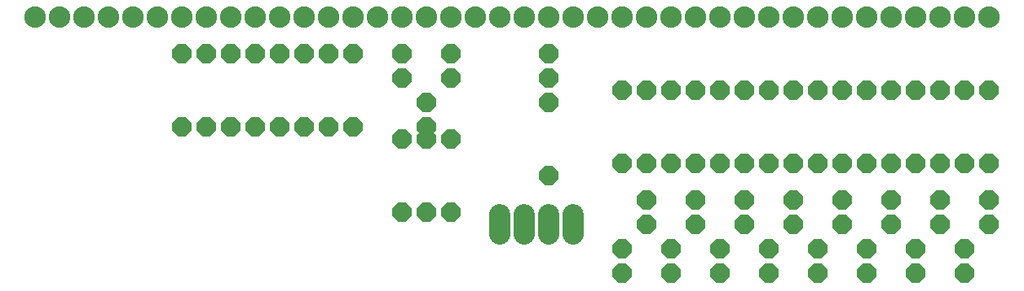
<source format=gbr>
G04 EAGLE Gerber RS-274X export*
G75*
%MOMM*%
%FSLAX34Y34*%
%LPD*%
%INSoldermask Bottom*%
%IPPOS*%
%AMOC8*
5,1,8,0,0,1.08239X$1,22.5*%
G01*
%ADD10C,2.235200*%
%ADD11C,2.235200*%
%ADD12P,2.199416X8X292.500000*%
%ADD13P,2.199416X8X112.500000*%


D10*
X1574800Y977900D03*
X1549400Y977900D03*
X1524000Y977900D03*
X1498600Y977900D03*
X1473200Y977900D03*
X1447800Y977900D03*
X1422400Y977900D03*
X1397000Y977900D03*
X1371600Y977900D03*
X1346200Y977900D03*
X1320800Y977900D03*
X1295400Y977900D03*
X1270000Y977900D03*
X1244600Y977900D03*
X1219200Y977900D03*
X1193800Y977900D03*
X1168400Y977900D03*
X1143000Y977900D03*
X1117600Y977900D03*
X1092200Y977900D03*
X1066800Y977900D03*
X1041400Y977900D03*
X1016000Y977900D03*
X990600Y977900D03*
X965200Y977900D03*
X939800Y977900D03*
X914400Y977900D03*
X889000Y977900D03*
X863600Y977900D03*
X838200Y977900D03*
X812800Y977900D03*
X787400Y977900D03*
X762000Y977900D03*
X736600Y977900D03*
X711200Y977900D03*
X685800Y977900D03*
X660400Y977900D03*
X635000Y977900D03*
X609600Y977900D03*
X584200Y977900D03*
D11*
X1143000Y772160D02*
X1143000Y751840D01*
X1117600Y751840D02*
X1117600Y772160D01*
X1092200Y772160D02*
X1092200Y751840D01*
X1066800Y751840D02*
X1066800Y772160D01*
D12*
X1574800Y787400D03*
X1574800Y762000D03*
X1346200Y736600D03*
X1346200Y711200D03*
X1320800Y787400D03*
X1320800Y762000D03*
X1295400Y736600D03*
X1295400Y711200D03*
X1270000Y787400D03*
X1270000Y762000D03*
X1244600Y736600D03*
X1244600Y711200D03*
X1219200Y787400D03*
X1219200Y762000D03*
X1193800Y736600D03*
X1193800Y711200D03*
X1549400Y736600D03*
X1549400Y711200D03*
X1524000Y787400D03*
X1524000Y762000D03*
X1498600Y736600D03*
X1498600Y711200D03*
X1473200Y787400D03*
X1473200Y762000D03*
X1447800Y736600D03*
X1447800Y711200D03*
X1422400Y787400D03*
X1422400Y762000D03*
X1397000Y736600D03*
X1397000Y711200D03*
X1371600Y787400D03*
X1371600Y762000D03*
X1574800Y901700D03*
X1574800Y825500D03*
X1346200Y901700D03*
X1346200Y825500D03*
X1320800Y901700D03*
X1320800Y825500D03*
X1295400Y901700D03*
X1295400Y825500D03*
X1270000Y901700D03*
X1270000Y825500D03*
X1244600Y901700D03*
X1244600Y825500D03*
X1219200Y901700D03*
X1219200Y825500D03*
X1193800Y901700D03*
X1193800Y825500D03*
D13*
X736600Y863600D03*
X736600Y939800D03*
X762000Y863600D03*
X762000Y939800D03*
X787400Y863600D03*
X787400Y939800D03*
D12*
X1549400Y901700D03*
X1549400Y825500D03*
D13*
X812800Y863600D03*
X812800Y939800D03*
X838200Y863600D03*
X838200Y939800D03*
X863600Y863600D03*
X863600Y939800D03*
X889000Y863600D03*
X889000Y939800D03*
X914400Y863600D03*
X914400Y939800D03*
D12*
X1117600Y889000D03*
X1117600Y812800D03*
X1016000Y850900D03*
X1016000Y774700D03*
X990600Y850900D03*
X990600Y774700D03*
X965200Y850900D03*
X965200Y774700D03*
X1524000Y901700D03*
X1524000Y825500D03*
X1498600Y901700D03*
X1498600Y825500D03*
X1473200Y901700D03*
X1473200Y825500D03*
X1447800Y901700D03*
X1447800Y825500D03*
X1422400Y901700D03*
X1422400Y825500D03*
X1397000Y901700D03*
X1397000Y825500D03*
X1371600Y901700D03*
X1371600Y825500D03*
D13*
X1117600Y914400D03*
X1117600Y939800D03*
X1016000Y914400D03*
X1016000Y939800D03*
X990600Y863600D03*
X990600Y889000D03*
X965200Y914400D03*
X965200Y939800D03*
M02*

</source>
